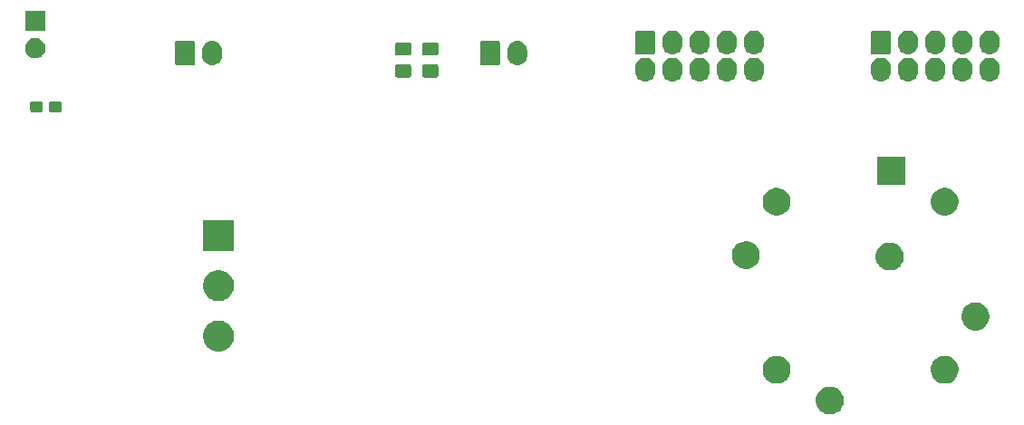
<source format=gbr>
G04 #@! TF.GenerationSoftware,KiCad,Pcbnew,5.1.5*
G04 #@! TF.CreationDate,2019-12-15T20:25:27-05:00*
G04 #@! TF.ProjectId,front_panel_board,66726f6e-745f-4706-916e-656c5f626f61,0*
G04 #@! TF.SameCoordinates,Original*
G04 #@! TF.FileFunction,Soldermask,Top*
G04 #@! TF.FilePolarity,Negative*
%FSLAX46Y46*%
G04 Gerber Fmt 4.6, Leading zero omitted, Abs format (unit mm)*
G04 Created by KiCad (PCBNEW 5.1.5) date 2019-12-15 20:25:27*
%MOMM*%
%LPD*%
G04 APERTURE LIST*
%ADD10C,0.100000*%
G04 APERTURE END LIST*
D10*
G36*
X181233704Y-88992549D02*
G01*
X181470470Y-89090621D01*
X181470472Y-89090622D01*
X181683556Y-89233000D01*
X181864770Y-89414214D01*
X182007149Y-89627300D01*
X182105221Y-89864066D01*
X182155217Y-90115414D01*
X182155217Y-90371692D01*
X182105221Y-90623040D01*
X182007149Y-90859806D01*
X182007148Y-90859808D01*
X181864770Y-91072892D01*
X181683556Y-91254106D01*
X181470472Y-91396484D01*
X181470471Y-91396485D01*
X181470470Y-91396485D01*
X181233704Y-91494557D01*
X180982356Y-91544553D01*
X180726078Y-91544553D01*
X180474730Y-91494557D01*
X180237964Y-91396485D01*
X180237963Y-91396485D01*
X180237962Y-91396484D01*
X180024878Y-91254106D01*
X179843664Y-91072892D01*
X179701286Y-90859808D01*
X179701285Y-90859806D01*
X179603213Y-90623040D01*
X179553217Y-90371692D01*
X179553217Y-90115414D01*
X179603213Y-89864066D01*
X179701285Y-89627300D01*
X179843664Y-89414214D01*
X180024878Y-89233000D01*
X180237962Y-89090622D01*
X180237964Y-89090621D01*
X180474730Y-88992549D01*
X180726078Y-88942553D01*
X180982356Y-88942553D01*
X181233704Y-88992549D01*
G37*
G36*
X191955481Y-86119658D02*
G01*
X192192247Y-86217730D01*
X192192249Y-86217731D01*
X192405333Y-86360109D01*
X192586547Y-86541323D01*
X192728926Y-86754409D01*
X192826998Y-86991175D01*
X192876994Y-87242523D01*
X192876994Y-87498801D01*
X192826998Y-87750149D01*
X192728926Y-87986915D01*
X192728925Y-87986917D01*
X192586547Y-88200001D01*
X192405333Y-88381215D01*
X192192249Y-88523593D01*
X192192248Y-88523594D01*
X192192247Y-88523594D01*
X191955481Y-88621666D01*
X191704133Y-88671662D01*
X191447855Y-88671662D01*
X191196507Y-88621666D01*
X190959741Y-88523594D01*
X190959740Y-88523594D01*
X190959739Y-88523593D01*
X190746655Y-88381215D01*
X190565441Y-88200001D01*
X190423063Y-87986917D01*
X190423062Y-87986915D01*
X190324990Y-87750149D01*
X190274994Y-87498801D01*
X190274994Y-87242523D01*
X190324990Y-86991175D01*
X190423062Y-86754409D01*
X190565441Y-86541323D01*
X190746655Y-86360109D01*
X190959739Y-86217731D01*
X190959741Y-86217730D01*
X191196507Y-86119658D01*
X191447855Y-86069662D01*
X191704133Y-86069662D01*
X191955481Y-86119658D01*
G37*
G36*
X176257710Y-86119658D02*
G01*
X176494476Y-86217730D01*
X176494478Y-86217731D01*
X176707562Y-86360109D01*
X176888776Y-86541323D01*
X177031155Y-86754409D01*
X177129227Y-86991175D01*
X177179223Y-87242523D01*
X177179223Y-87498801D01*
X177129227Y-87750149D01*
X177031155Y-87986915D01*
X177031154Y-87986917D01*
X176888776Y-88200001D01*
X176707562Y-88381215D01*
X176494478Y-88523593D01*
X176494477Y-88523594D01*
X176494476Y-88523594D01*
X176257710Y-88621666D01*
X176006362Y-88671662D01*
X175750084Y-88671662D01*
X175498736Y-88621666D01*
X175261970Y-88523594D01*
X175261969Y-88523594D01*
X175261968Y-88523593D01*
X175048884Y-88381215D01*
X174867670Y-88200001D01*
X174725292Y-87986917D01*
X174725291Y-87986915D01*
X174627219Y-87750149D01*
X174577223Y-87498801D01*
X174577223Y-87242523D01*
X174627219Y-86991175D01*
X174725291Y-86754409D01*
X174867670Y-86541323D01*
X175048884Y-86360109D01*
X175261968Y-86217731D01*
X175261970Y-86217730D01*
X175498736Y-86119658D01*
X175750084Y-86069662D01*
X176006362Y-86069662D01*
X176257710Y-86119658D01*
G37*
G36*
X124153041Y-82823560D02*
G01*
X124417105Y-82932939D01*
X124654758Y-83091734D01*
X124856866Y-83293842D01*
X125015661Y-83531495D01*
X125125040Y-83795559D01*
X125180800Y-84075888D01*
X125180800Y-84361712D01*
X125125040Y-84642041D01*
X125015661Y-84906105D01*
X124856866Y-85143758D01*
X124654758Y-85345866D01*
X124417105Y-85504661D01*
X124153041Y-85614040D01*
X123872712Y-85669800D01*
X123586888Y-85669800D01*
X123306559Y-85614040D01*
X123042495Y-85504661D01*
X122804842Y-85345866D01*
X122602734Y-85143758D01*
X122443939Y-84906105D01*
X122334560Y-84642041D01*
X122278800Y-84361712D01*
X122278800Y-84075888D01*
X122334560Y-83795559D01*
X122443939Y-83531495D01*
X122602734Y-83293842D01*
X122804842Y-83091734D01*
X123042495Y-82932939D01*
X123306559Y-82823560D01*
X123586888Y-82767800D01*
X123872712Y-82767800D01*
X124153041Y-82823560D01*
G37*
G36*
X194828372Y-81143664D02*
G01*
X195065138Y-81241736D01*
X195065140Y-81241737D01*
X195278224Y-81384115D01*
X195459438Y-81565329D01*
X195601817Y-81778415D01*
X195699889Y-82015181D01*
X195749885Y-82266529D01*
X195749885Y-82522807D01*
X195699889Y-82774155D01*
X195679424Y-82823561D01*
X195601816Y-83010923D01*
X195459438Y-83224007D01*
X195278224Y-83405221D01*
X195065140Y-83547599D01*
X195065139Y-83547600D01*
X195065138Y-83547600D01*
X194828372Y-83645672D01*
X194577024Y-83695668D01*
X194320746Y-83695668D01*
X194069398Y-83645672D01*
X193832632Y-83547600D01*
X193832631Y-83547600D01*
X193832630Y-83547599D01*
X193619546Y-83405221D01*
X193438332Y-83224007D01*
X193295954Y-83010923D01*
X193218346Y-82823561D01*
X193197881Y-82774155D01*
X193147885Y-82522807D01*
X193147885Y-82266529D01*
X193197881Y-82015181D01*
X193295953Y-81778415D01*
X193438332Y-81565329D01*
X193619546Y-81384115D01*
X193832630Y-81241737D01*
X193832632Y-81241736D01*
X194069398Y-81143664D01*
X194320746Y-81093668D01*
X194577024Y-81093668D01*
X194828372Y-81143664D01*
G37*
G36*
X124153041Y-78123560D02*
G01*
X124417105Y-78232939D01*
X124654758Y-78391734D01*
X124856866Y-78593842D01*
X125015661Y-78831495D01*
X125125040Y-79095559D01*
X125180800Y-79375888D01*
X125180800Y-79661712D01*
X125125040Y-79942041D01*
X125015661Y-80206105D01*
X124856866Y-80443758D01*
X124654758Y-80645866D01*
X124417105Y-80804661D01*
X124153041Y-80914040D01*
X123872712Y-80969800D01*
X123586888Y-80969800D01*
X123306559Y-80914040D01*
X123042495Y-80804661D01*
X122804842Y-80645866D01*
X122602734Y-80443758D01*
X122443939Y-80206105D01*
X122334560Y-79942041D01*
X122278800Y-79661712D01*
X122278800Y-79375888D01*
X122334560Y-79095559D01*
X122443939Y-78831495D01*
X122602734Y-78593842D01*
X122804842Y-78391734D01*
X123042495Y-78232939D01*
X123306559Y-78123560D01*
X123586888Y-78067800D01*
X123872712Y-78067800D01*
X124153041Y-78123560D01*
G37*
G36*
X186828957Y-75548412D02*
G01*
X187046042Y-75638332D01*
X187065725Y-75646485D01*
X187278809Y-75788863D01*
X187460023Y-75970077D01*
X187501820Y-76032630D01*
X187602402Y-76183163D01*
X187700474Y-76419929D01*
X187750470Y-76671277D01*
X187750470Y-76927555D01*
X187700474Y-77178903D01*
X187664754Y-77265138D01*
X187602401Y-77415671D01*
X187460023Y-77628755D01*
X187278809Y-77809969D01*
X187065725Y-77952347D01*
X187065724Y-77952348D01*
X187065723Y-77952348D01*
X186828957Y-78050420D01*
X186577609Y-78100416D01*
X186321331Y-78100416D01*
X186069983Y-78050420D01*
X185833217Y-77952348D01*
X185833216Y-77952348D01*
X185833215Y-77952347D01*
X185620131Y-77809969D01*
X185438917Y-77628755D01*
X185296539Y-77415671D01*
X185234186Y-77265138D01*
X185198466Y-77178903D01*
X185148470Y-76927555D01*
X185148470Y-76671277D01*
X185198466Y-76419929D01*
X185296538Y-76183163D01*
X185397121Y-76032630D01*
X185438917Y-75970077D01*
X185620131Y-75788863D01*
X185833215Y-75646485D01*
X185852898Y-75638332D01*
X186069983Y-75548412D01*
X186321331Y-75498416D01*
X186577609Y-75498416D01*
X186828957Y-75548412D01*
G37*
G36*
X173384819Y-75397881D02*
G01*
X173621585Y-75495953D01*
X173621587Y-75495954D01*
X173834671Y-75638332D01*
X174015885Y-75819546D01*
X174158264Y-76032632D01*
X174256336Y-76269398D01*
X174306332Y-76520746D01*
X174306332Y-76777024D01*
X174256336Y-77028372D01*
X174193983Y-77178904D01*
X174158263Y-77265140D01*
X174015885Y-77478224D01*
X173834671Y-77659438D01*
X173621587Y-77801816D01*
X173621586Y-77801817D01*
X173621585Y-77801817D01*
X173384819Y-77899889D01*
X173133471Y-77949885D01*
X172877193Y-77949885D01*
X172625845Y-77899889D01*
X172389079Y-77801817D01*
X172389078Y-77801817D01*
X172389077Y-77801816D01*
X172175993Y-77659438D01*
X171994779Y-77478224D01*
X171852401Y-77265140D01*
X171816681Y-77178904D01*
X171754328Y-77028372D01*
X171704332Y-76777024D01*
X171704332Y-76520746D01*
X171754328Y-76269398D01*
X171852400Y-76032632D01*
X171994779Y-75819546D01*
X172175993Y-75638332D01*
X172389077Y-75495954D01*
X172389079Y-75495953D01*
X172625845Y-75397881D01*
X172877193Y-75347885D01*
X173133471Y-75347885D01*
X173384819Y-75397881D01*
G37*
G36*
X125180800Y-76269800D02*
G01*
X122278800Y-76269800D01*
X122278800Y-73367800D01*
X125180800Y-73367800D01*
X125180800Y-76269800D01*
G37*
G36*
X176257710Y-70421887D02*
G01*
X176494476Y-70519959D01*
X176494478Y-70519960D01*
X176707562Y-70662338D01*
X176888776Y-70843552D01*
X177031155Y-71056638D01*
X177129227Y-71293404D01*
X177179223Y-71544752D01*
X177179223Y-71801030D01*
X177129227Y-72052378D01*
X177031155Y-72289144D01*
X177031154Y-72289146D01*
X176888776Y-72502230D01*
X176707562Y-72683444D01*
X176494478Y-72825822D01*
X176494477Y-72825823D01*
X176494476Y-72825823D01*
X176257710Y-72923895D01*
X176006362Y-72973891D01*
X175750084Y-72973891D01*
X175498736Y-72923895D01*
X175261970Y-72825823D01*
X175261969Y-72825823D01*
X175261968Y-72825822D01*
X175048884Y-72683444D01*
X174867670Y-72502230D01*
X174725292Y-72289146D01*
X174725291Y-72289144D01*
X174627219Y-72052378D01*
X174577223Y-71801030D01*
X174577223Y-71544752D01*
X174627219Y-71293404D01*
X174725291Y-71056638D01*
X174867670Y-70843552D01*
X175048884Y-70662338D01*
X175261968Y-70519960D01*
X175261970Y-70519959D01*
X175498736Y-70421887D01*
X175750084Y-70371891D01*
X176006362Y-70371891D01*
X176257710Y-70421887D01*
G37*
G36*
X191955481Y-70421887D02*
G01*
X192192247Y-70519959D01*
X192192249Y-70519960D01*
X192405333Y-70662338D01*
X192586547Y-70843552D01*
X192728926Y-71056638D01*
X192826998Y-71293404D01*
X192876994Y-71544752D01*
X192876994Y-71801030D01*
X192826998Y-72052378D01*
X192728926Y-72289144D01*
X192728925Y-72289146D01*
X192586547Y-72502230D01*
X192405333Y-72683444D01*
X192192249Y-72825822D01*
X192192248Y-72825823D01*
X192192247Y-72825823D01*
X191955481Y-72923895D01*
X191704133Y-72973891D01*
X191447855Y-72973891D01*
X191196507Y-72923895D01*
X190959741Y-72825823D01*
X190959740Y-72825823D01*
X190959739Y-72825822D01*
X190746655Y-72683444D01*
X190565441Y-72502230D01*
X190423063Y-72289146D01*
X190423062Y-72289144D01*
X190324990Y-72052378D01*
X190274994Y-71801030D01*
X190274994Y-71544752D01*
X190324990Y-71293404D01*
X190423062Y-71056638D01*
X190565441Y-70843552D01*
X190746655Y-70662338D01*
X190959739Y-70519960D01*
X190959741Y-70519959D01*
X191196507Y-70421887D01*
X191447855Y-70371891D01*
X191704133Y-70371891D01*
X191955481Y-70421887D01*
G37*
G36*
X187901000Y-70101000D02*
G01*
X185299000Y-70101000D01*
X185299000Y-67499000D01*
X187901000Y-67499000D01*
X187901000Y-70101000D01*
G37*
G36*
X107139499Y-62278445D02*
G01*
X107176995Y-62289820D01*
X107211554Y-62308292D01*
X107241847Y-62333153D01*
X107266708Y-62363446D01*
X107285180Y-62398005D01*
X107296555Y-62435501D01*
X107301000Y-62480638D01*
X107301000Y-63119362D01*
X107296555Y-63164499D01*
X107285180Y-63201995D01*
X107266708Y-63236554D01*
X107241847Y-63266847D01*
X107211554Y-63291708D01*
X107176995Y-63310180D01*
X107139499Y-63321555D01*
X107094362Y-63326000D01*
X106355638Y-63326000D01*
X106310501Y-63321555D01*
X106273005Y-63310180D01*
X106238446Y-63291708D01*
X106208153Y-63266847D01*
X106183292Y-63236554D01*
X106164820Y-63201995D01*
X106153445Y-63164499D01*
X106149000Y-63119362D01*
X106149000Y-62480638D01*
X106153445Y-62435501D01*
X106164820Y-62398005D01*
X106183292Y-62363446D01*
X106208153Y-62333153D01*
X106238446Y-62308292D01*
X106273005Y-62289820D01*
X106310501Y-62278445D01*
X106355638Y-62274000D01*
X107094362Y-62274000D01*
X107139499Y-62278445D01*
G37*
G36*
X108889499Y-62278445D02*
G01*
X108926995Y-62289820D01*
X108961554Y-62308292D01*
X108991847Y-62333153D01*
X109016708Y-62363446D01*
X109035180Y-62398005D01*
X109046555Y-62435501D01*
X109051000Y-62480638D01*
X109051000Y-63119362D01*
X109046555Y-63164499D01*
X109035180Y-63201995D01*
X109016708Y-63236554D01*
X108991847Y-63266847D01*
X108961554Y-63291708D01*
X108926995Y-63310180D01*
X108889499Y-63321555D01*
X108844362Y-63326000D01*
X108105638Y-63326000D01*
X108060501Y-63321555D01*
X108023005Y-63310180D01*
X107988446Y-63291708D01*
X107958153Y-63266847D01*
X107933292Y-63236554D01*
X107914820Y-63201995D01*
X107903445Y-63164499D01*
X107899000Y-63119362D01*
X107899000Y-62480638D01*
X107903445Y-62435501D01*
X107914820Y-62398005D01*
X107933292Y-62363446D01*
X107958153Y-62333153D01*
X107988446Y-62308292D01*
X108023005Y-62289820D01*
X108060501Y-62278445D01*
X108105638Y-62274000D01*
X108844362Y-62274000D01*
X108889499Y-62278445D01*
G37*
G36*
X173940547Y-58232326D02*
G01*
X174114156Y-58284990D01*
X174114158Y-58284991D01*
X174274155Y-58370511D01*
X174414397Y-58485603D01*
X174462450Y-58544157D01*
X174529489Y-58625844D01*
X174615010Y-58785843D01*
X174667674Y-58959452D01*
X174681000Y-59094756D01*
X174681000Y-59585243D01*
X174667674Y-59720548D01*
X174615010Y-59894157D01*
X174529489Y-60054156D01*
X174515665Y-60071000D01*
X174414397Y-60194397D01*
X174317729Y-60273729D01*
X174274156Y-60309489D01*
X174114157Y-60395010D01*
X173940548Y-60447674D01*
X173760000Y-60465456D01*
X173579453Y-60447674D01*
X173405844Y-60395010D01*
X173245845Y-60309489D01*
X173202272Y-60273729D01*
X173105604Y-60194397D01*
X173035756Y-60109286D01*
X172990511Y-60054156D01*
X172904990Y-59894157D01*
X172852326Y-59720548D01*
X172839000Y-59585244D01*
X172839000Y-59094757D01*
X172852326Y-58959453D01*
X172904990Y-58785844D01*
X172990511Y-58625845D01*
X172990512Y-58625844D01*
X173105603Y-58485603D01*
X173202271Y-58406271D01*
X173245844Y-58370511D01*
X173405843Y-58284990D01*
X173579452Y-58232326D01*
X173760000Y-58214544D01*
X173940547Y-58232326D01*
G37*
G36*
X171400547Y-58232326D02*
G01*
X171574156Y-58284990D01*
X171574158Y-58284991D01*
X171734155Y-58370511D01*
X171874397Y-58485603D01*
X171922450Y-58544157D01*
X171989489Y-58625844D01*
X172075010Y-58785843D01*
X172127674Y-58959452D01*
X172141000Y-59094756D01*
X172141000Y-59585243D01*
X172127674Y-59720548D01*
X172075010Y-59894157D01*
X171989489Y-60054156D01*
X171975665Y-60071000D01*
X171874397Y-60194397D01*
X171777729Y-60273729D01*
X171734156Y-60309489D01*
X171574157Y-60395010D01*
X171400548Y-60447674D01*
X171220000Y-60465456D01*
X171039453Y-60447674D01*
X170865844Y-60395010D01*
X170705845Y-60309489D01*
X170662272Y-60273729D01*
X170565604Y-60194397D01*
X170495756Y-60109286D01*
X170450511Y-60054156D01*
X170364990Y-59894157D01*
X170312326Y-59720548D01*
X170299000Y-59585244D01*
X170299000Y-59094757D01*
X170312326Y-58959453D01*
X170364990Y-58785844D01*
X170450511Y-58625845D01*
X170450512Y-58625844D01*
X170565603Y-58485603D01*
X170662271Y-58406271D01*
X170705844Y-58370511D01*
X170865843Y-58284990D01*
X171039452Y-58232326D01*
X171220000Y-58214544D01*
X171400547Y-58232326D01*
G37*
G36*
X168860547Y-58232326D02*
G01*
X169034156Y-58284990D01*
X169034158Y-58284991D01*
X169194155Y-58370511D01*
X169334397Y-58485603D01*
X169382450Y-58544157D01*
X169449489Y-58625844D01*
X169535010Y-58785843D01*
X169587674Y-58959452D01*
X169601000Y-59094756D01*
X169601000Y-59585243D01*
X169587674Y-59720548D01*
X169535010Y-59894157D01*
X169449489Y-60054156D01*
X169435665Y-60071000D01*
X169334397Y-60194397D01*
X169237729Y-60273729D01*
X169194156Y-60309489D01*
X169034157Y-60395010D01*
X168860548Y-60447674D01*
X168680000Y-60465456D01*
X168499453Y-60447674D01*
X168325844Y-60395010D01*
X168165845Y-60309489D01*
X168122272Y-60273729D01*
X168025604Y-60194397D01*
X167955756Y-60109286D01*
X167910511Y-60054156D01*
X167824990Y-59894157D01*
X167772326Y-59720548D01*
X167759000Y-59585244D01*
X167759000Y-59094757D01*
X167772326Y-58959453D01*
X167824990Y-58785844D01*
X167910511Y-58625845D01*
X167910512Y-58625844D01*
X168025603Y-58485603D01*
X168122271Y-58406271D01*
X168165844Y-58370511D01*
X168325843Y-58284990D01*
X168499452Y-58232326D01*
X168680000Y-58214544D01*
X168860547Y-58232326D01*
G37*
G36*
X166320547Y-58232326D02*
G01*
X166494156Y-58284990D01*
X166494158Y-58284991D01*
X166654155Y-58370511D01*
X166794397Y-58485603D01*
X166842450Y-58544157D01*
X166909489Y-58625844D01*
X166995010Y-58785843D01*
X167047674Y-58959452D01*
X167061000Y-59094756D01*
X167061000Y-59585243D01*
X167047674Y-59720548D01*
X166995010Y-59894157D01*
X166909489Y-60054156D01*
X166895665Y-60071000D01*
X166794397Y-60194397D01*
X166697729Y-60273729D01*
X166654156Y-60309489D01*
X166494157Y-60395010D01*
X166320548Y-60447674D01*
X166140000Y-60465456D01*
X165959453Y-60447674D01*
X165785844Y-60395010D01*
X165625845Y-60309489D01*
X165582272Y-60273729D01*
X165485604Y-60194397D01*
X165415756Y-60109286D01*
X165370511Y-60054156D01*
X165284990Y-59894157D01*
X165232326Y-59720548D01*
X165219000Y-59585244D01*
X165219000Y-59094757D01*
X165232326Y-58959453D01*
X165284990Y-58785844D01*
X165370511Y-58625845D01*
X165370512Y-58625844D01*
X165485603Y-58485603D01*
X165582271Y-58406271D01*
X165625844Y-58370511D01*
X165785843Y-58284990D01*
X165959452Y-58232326D01*
X166140000Y-58214544D01*
X166320547Y-58232326D01*
G37*
G36*
X163780547Y-58232326D02*
G01*
X163954156Y-58284990D01*
X163954158Y-58284991D01*
X164114155Y-58370511D01*
X164254397Y-58485603D01*
X164302450Y-58544157D01*
X164369489Y-58625844D01*
X164455010Y-58785843D01*
X164507674Y-58959452D01*
X164521000Y-59094756D01*
X164521000Y-59585243D01*
X164507674Y-59720548D01*
X164455010Y-59894157D01*
X164369489Y-60054156D01*
X164355665Y-60071000D01*
X164254397Y-60194397D01*
X164157729Y-60273729D01*
X164114156Y-60309489D01*
X163954157Y-60395010D01*
X163780548Y-60447674D01*
X163600000Y-60465456D01*
X163419453Y-60447674D01*
X163245844Y-60395010D01*
X163085845Y-60309489D01*
X163042272Y-60273729D01*
X162945604Y-60194397D01*
X162875756Y-60109286D01*
X162830511Y-60054156D01*
X162744990Y-59894157D01*
X162692326Y-59720548D01*
X162679000Y-59585244D01*
X162679000Y-59094757D01*
X162692326Y-58959453D01*
X162744990Y-58785844D01*
X162830511Y-58625845D01*
X162830512Y-58625844D01*
X162945603Y-58485603D01*
X163042271Y-58406271D01*
X163085844Y-58370511D01*
X163245843Y-58284990D01*
X163419452Y-58232326D01*
X163600000Y-58214544D01*
X163780547Y-58232326D01*
G37*
G36*
X195940547Y-58232326D02*
G01*
X196114156Y-58284990D01*
X196114158Y-58284991D01*
X196274155Y-58370511D01*
X196414397Y-58485603D01*
X196462450Y-58544157D01*
X196529489Y-58625844D01*
X196615010Y-58785843D01*
X196667674Y-58959452D01*
X196681000Y-59094756D01*
X196681000Y-59585243D01*
X196667674Y-59720548D01*
X196615010Y-59894157D01*
X196529489Y-60054156D01*
X196515665Y-60071000D01*
X196414397Y-60194397D01*
X196317729Y-60273729D01*
X196274156Y-60309489D01*
X196114157Y-60395010D01*
X195940548Y-60447674D01*
X195760000Y-60465456D01*
X195579453Y-60447674D01*
X195405844Y-60395010D01*
X195245845Y-60309489D01*
X195202272Y-60273729D01*
X195105604Y-60194397D01*
X195035756Y-60109286D01*
X194990511Y-60054156D01*
X194904990Y-59894157D01*
X194852326Y-59720548D01*
X194839000Y-59585244D01*
X194839000Y-59094757D01*
X194852326Y-58959453D01*
X194904990Y-58785844D01*
X194990511Y-58625845D01*
X194990512Y-58625844D01*
X195105603Y-58485603D01*
X195202271Y-58406271D01*
X195245844Y-58370511D01*
X195405843Y-58284990D01*
X195579452Y-58232326D01*
X195760000Y-58214544D01*
X195940547Y-58232326D01*
G37*
G36*
X193400547Y-58232326D02*
G01*
X193574156Y-58284990D01*
X193574158Y-58284991D01*
X193734155Y-58370511D01*
X193874397Y-58485603D01*
X193922450Y-58544157D01*
X193989489Y-58625844D01*
X194075010Y-58785843D01*
X194127674Y-58959452D01*
X194141000Y-59094756D01*
X194141000Y-59585243D01*
X194127674Y-59720548D01*
X194075010Y-59894157D01*
X193989489Y-60054156D01*
X193975665Y-60071000D01*
X193874397Y-60194397D01*
X193777729Y-60273729D01*
X193734156Y-60309489D01*
X193574157Y-60395010D01*
X193400548Y-60447674D01*
X193220000Y-60465456D01*
X193039453Y-60447674D01*
X192865844Y-60395010D01*
X192705845Y-60309489D01*
X192662272Y-60273729D01*
X192565604Y-60194397D01*
X192495756Y-60109286D01*
X192450511Y-60054156D01*
X192364990Y-59894157D01*
X192312326Y-59720548D01*
X192299000Y-59585244D01*
X192299000Y-59094757D01*
X192312326Y-58959453D01*
X192364990Y-58785844D01*
X192450511Y-58625845D01*
X192450512Y-58625844D01*
X192565603Y-58485603D01*
X192662271Y-58406271D01*
X192705844Y-58370511D01*
X192865843Y-58284990D01*
X193039452Y-58232326D01*
X193220000Y-58214544D01*
X193400547Y-58232326D01*
G37*
G36*
X190860547Y-58232326D02*
G01*
X191034156Y-58284990D01*
X191034158Y-58284991D01*
X191194155Y-58370511D01*
X191334397Y-58485603D01*
X191382450Y-58544157D01*
X191449489Y-58625844D01*
X191535010Y-58785843D01*
X191587674Y-58959452D01*
X191601000Y-59094756D01*
X191601000Y-59585243D01*
X191587674Y-59720548D01*
X191535010Y-59894157D01*
X191449489Y-60054156D01*
X191435665Y-60071000D01*
X191334397Y-60194397D01*
X191237729Y-60273729D01*
X191194156Y-60309489D01*
X191034157Y-60395010D01*
X190860548Y-60447674D01*
X190680000Y-60465456D01*
X190499453Y-60447674D01*
X190325844Y-60395010D01*
X190165845Y-60309489D01*
X190122272Y-60273729D01*
X190025604Y-60194397D01*
X189955756Y-60109286D01*
X189910511Y-60054156D01*
X189824990Y-59894157D01*
X189772326Y-59720548D01*
X189759000Y-59585244D01*
X189759000Y-59094757D01*
X189772326Y-58959453D01*
X189824990Y-58785844D01*
X189910511Y-58625845D01*
X189910512Y-58625844D01*
X190025603Y-58485603D01*
X190122271Y-58406271D01*
X190165844Y-58370511D01*
X190325843Y-58284990D01*
X190499452Y-58232326D01*
X190680000Y-58214544D01*
X190860547Y-58232326D01*
G37*
G36*
X188320547Y-58232326D02*
G01*
X188494156Y-58284990D01*
X188494158Y-58284991D01*
X188654155Y-58370511D01*
X188794397Y-58485603D01*
X188842450Y-58544157D01*
X188909489Y-58625844D01*
X188995010Y-58785843D01*
X189047674Y-58959452D01*
X189061000Y-59094756D01*
X189061000Y-59585243D01*
X189047674Y-59720548D01*
X188995010Y-59894157D01*
X188909489Y-60054156D01*
X188895665Y-60071000D01*
X188794397Y-60194397D01*
X188697729Y-60273729D01*
X188654156Y-60309489D01*
X188494157Y-60395010D01*
X188320548Y-60447674D01*
X188140000Y-60465456D01*
X187959453Y-60447674D01*
X187785844Y-60395010D01*
X187625845Y-60309489D01*
X187582272Y-60273729D01*
X187485604Y-60194397D01*
X187415756Y-60109286D01*
X187370511Y-60054156D01*
X187284990Y-59894157D01*
X187232326Y-59720548D01*
X187219000Y-59585244D01*
X187219000Y-59094757D01*
X187232326Y-58959453D01*
X187284990Y-58785844D01*
X187370511Y-58625845D01*
X187370512Y-58625844D01*
X187485603Y-58485603D01*
X187582271Y-58406271D01*
X187625844Y-58370511D01*
X187785843Y-58284990D01*
X187959452Y-58232326D01*
X188140000Y-58214544D01*
X188320547Y-58232326D01*
G37*
G36*
X185780547Y-58232326D02*
G01*
X185954156Y-58284990D01*
X185954158Y-58284991D01*
X186114155Y-58370511D01*
X186254397Y-58485603D01*
X186302450Y-58544157D01*
X186369489Y-58625844D01*
X186455010Y-58785843D01*
X186507674Y-58959452D01*
X186521000Y-59094756D01*
X186521000Y-59585243D01*
X186507674Y-59720548D01*
X186455010Y-59894157D01*
X186369489Y-60054156D01*
X186355665Y-60071000D01*
X186254397Y-60194397D01*
X186157729Y-60273729D01*
X186114156Y-60309489D01*
X185954157Y-60395010D01*
X185780548Y-60447674D01*
X185600000Y-60465456D01*
X185419453Y-60447674D01*
X185245844Y-60395010D01*
X185085845Y-60309489D01*
X185042272Y-60273729D01*
X184945604Y-60194397D01*
X184875756Y-60109286D01*
X184830511Y-60054156D01*
X184744990Y-59894157D01*
X184692326Y-59720548D01*
X184679000Y-59585244D01*
X184679000Y-59094757D01*
X184692326Y-58959453D01*
X184744990Y-58785844D01*
X184830511Y-58625845D01*
X184830512Y-58625844D01*
X184945603Y-58485603D01*
X185042271Y-58406271D01*
X185085844Y-58370511D01*
X185245843Y-58284990D01*
X185419452Y-58232326D01*
X185600000Y-58214544D01*
X185780547Y-58232326D01*
G37*
G36*
X144098674Y-58823465D02*
G01*
X144136367Y-58834899D01*
X144171103Y-58853466D01*
X144201548Y-58878452D01*
X144226534Y-58908897D01*
X144245101Y-58943633D01*
X144256535Y-58981326D01*
X144261000Y-59026661D01*
X144261000Y-59863339D01*
X144256535Y-59908674D01*
X144245101Y-59946367D01*
X144226534Y-59981103D01*
X144201548Y-60011548D01*
X144171103Y-60036534D01*
X144136367Y-60055101D01*
X144098674Y-60066535D01*
X144053339Y-60071000D01*
X142966661Y-60071000D01*
X142921326Y-60066535D01*
X142883633Y-60055101D01*
X142848897Y-60036534D01*
X142818452Y-60011548D01*
X142793466Y-59981103D01*
X142774899Y-59946367D01*
X142763465Y-59908674D01*
X142759000Y-59863339D01*
X142759000Y-59026661D01*
X142763465Y-58981326D01*
X142774899Y-58943633D01*
X142793466Y-58908897D01*
X142818452Y-58878452D01*
X142848897Y-58853466D01*
X142883633Y-58834899D01*
X142921326Y-58823465D01*
X142966661Y-58819000D01*
X144053339Y-58819000D01*
X144098674Y-58823465D01*
G37*
G36*
X141558674Y-58823465D02*
G01*
X141596367Y-58834899D01*
X141631103Y-58853466D01*
X141661548Y-58878452D01*
X141686534Y-58908897D01*
X141705101Y-58943633D01*
X141716535Y-58981326D01*
X141721000Y-59026661D01*
X141721000Y-59863339D01*
X141716535Y-59908674D01*
X141705101Y-59946367D01*
X141686534Y-59981103D01*
X141661548Y-60011548D01*
X141631103Y-60036534D01*
X141596367Y-60055101D01*
X141558674Y-60066535D01*
X141513339Y-60071000D01*
X140426661Y-60071000D01*
X140381326Y-60066535D01*
X140343633Y-60055101D01*
X140308897Y-60036534D01*
X140278452Y-60011548D01*
X140253466Y-59981103D01*
X140234899Y-59946367D01*
X140223465Y-59908674D01*
X140219000Y-59863339D01*
X140219000Y-59026661D01*
X140223465Y-58981326D01*
X140234899Y-58943633D01*
X140253466Y-58908897D01*
X140278452Y-58878452D01*
X140308897Y-58853466D01*
X140343633Y-58834899D01*
X140381326Y-58823465D01*
X140426661Y-58819000D01*
X141513339Y-58819000D01*
X141558674Y-58823465D01*
G37*
G36*
X123320547Y-56662326D02*
G01*
X123494156Y-56714990D01*
X123494158Y-56714991D01*
X123654155Y-56800511D01*
X123794397Y-56915603D01*
X123844505Y-56976661D01*
X123909489Y-57055844D01*
X123995010Y-57215843D01*
X124047674Y-57389452D01*
X124061000Y-57524756D01*
X124061000Y-58075243D01*
X124047674Y-58210548D01*
X123995010Y-58384157D01*
X123909489Y-58544156D01*
X123873729Y-58587729D01*
X123794397Y-58684397D01*
X123697729Y-58763729D01*
X123654156Y-58799489D01*
X123494157Y-58885010D01*
X123320548Y-58937674D01*
X123140000Y-58955456D01*
X122959453Y-58937674D01*
X122785844Y-58885010D01*
X122625845Y-58799489D01*
X122582272Y-58763729D01*
X122485604Y-58684397D01*
X122370513Y-58544157D01*
X122370512Y-58544155D01*
X122284990Y-58384157D01*
X122232326Y-58210548D01*
X122219000Y-58075244D01*
X122219000Y-57524757D01*
X122232326Y-57389453D01*
X122284990Y-57215844D01*
X122370511Y-57055845D01*
X122426128Y-56988075D01*
X122485603Y-56915603D01*
X122611388Y-56812375D01*
X122625844Y-56800511D01*
X122785843Y-56714990D01*
X122959452Y-56662326D01*
X123140000Y-56644544D01*
X123320547Y-56662326D01*
G37*
G36*
X151820547Y-56662326D02*
G01*
X151994156Y-56714990D01*
X151994158Y-56714991D01*
X152154155Y-56800511D01*
X152294397Y-56915603D01*
X152344505Y-56976661D01*
X152409489Y-57055844D01*
X152495010Y-57215843D01*
X152547674Y-57389452D01*
X152561000Y-57524756D01*
X152561000Y-58075243D01*
X152547674Y-58210548D01*
X152495010Y-58384157D01*
X152409489Y-58544156D01*
X152373729Y-58587729D01*
X152294397Y-58684397D01*
X152197729Y-58763729D01*
X152154156Y-58799489D01*
X151994157Y-58885010D01*
X151820548Y-58937674D01*
X151640000Y-58955456D01*
X151459453Y-58937674D01*
X151285844Y-58885010D01*
X151125845Y-58799489D01*
X151082272Y-58763729D01*
X150985604Y-58684397D01*
X150870513Y-58544157D01*
X150870512Y-58544155D01*
X150784990Y-58384157D01*
X150732326Y-58210548D01*
X150719000Y-58075244D01*
X150719000Y-57524757D01*
X150732326Y-57389453D01*
X150784990Y-57215844D01*
X150870511Y-57055845D01*
X150926128Y-56988075D01*
X150985603Y-56915603D01*
X151111388Y-56812375D01*
X151125844Y-56800511D01*
X151285843Y-56714990D01*
X151459452Y-56662326D01*
X151640000Y-56644544D01*
X151820547Y-56662326D01*
G37*
G36*
X149879561Y-56652966D02*
G01*
X149912383Y-56662923D01*
X149942632Y-56679092D01*
X149969148Y-56700852D01*
X149990908Y-56727368D01*
X150007077Y-56757617D01*
X150017034Y-56790439D01*
X150021000Y-56830713D01*
X150021000Y-58769287D01*
X150017034Y-58809561D01*
X150007077Y-58842383D01*
X149990908Y-58872632D01*
X149969148Y-58899148D01*
X149942632Y-58920908D01*
X149912383Y-58937077D01*
X149879561Y-58947034D01*
X149839287Y-58951000D01*
X148360713Y-58951000D01*
X148320439Y-58947034D01*
X148287617Y-58937077D01*
X148257368Y-58920908D01*
X148230852Y-58899148D01*
X148209092Y-58872632D01*
X148192923Y-58842383D01*
X148182966Y-58809561D01*
X148179000Y-58769287D01*
X148179000Y-56830713D01*
X148182966Y-56790439D01*
X148192923Y-56757617D01*
X148209092Y-56727368D01*
X148230852Y-56700852D01*
X148257368Y-56679092D01*
X148287617Y-56662923D01*
X148320439Y-56652966D01*
X148360713Y-56649000D01*
X149839287Y-56649000D01*
X149879561Y-56652966D01*
G37*
G36*
X121379561Y-56652966D02*
G01*
X121412383Y-56662923D01*
X121442632Y-56679092D01*
X121469148Y-56700852D01*
X121490908Y-56727368D01*
X121507077Y-56757617D01*
X121517034Y-56790439D01*
X121521000Y-56830713D01*
X121521000Y-58769287D01*
X121517034Y-58809561D01*
X121507077Y-58842383D01*
X121490908Y-58872632D01*
X121469148Y-58899148D01*
X121442632Y-58920908D01*
X121412383Y-58937077D01*
X121379561Y-58947034D01*
X121339287Y-58951000D01*
X119860713Y-58951000D01*
X119820439Y-58947034D01*
X119787617Y-58937077D01*
X119757368Y-58920908D01*
X119730852Y-58899148D01*
X119709092Y-58872632D01*
X119692923Y-58842383D01*
X119682966Y-58809561D01*
X119679000Y-58769287D01*
X119679000Y-56830713D01*
X119682966Y-56790439D01*
X119692923Y-56757617D01*
X119709092Y-56727368D01*
X119730852Y-56700852D01*
X119757368Y-56679092D01*
X119787617Y-56662923D01*
X119820439Y-56652966D01*
X119860713Y-56649000D01*
X121339287Y-56649000D01*
X121379561Y-56652966D01*
G37*
G36*
X106877395Y-56425546D02*
G01*
X107050466Y-56497234D01*
X107050467Y-56497235D01*
X107206227Y-56601310D01*
X107338690Y-56733773D01*
X107362228Y-56769000D01*
X107442766Y-56889534D01*
X107514454Y-57062605D01*
X107551000Y-57246333D01*
X107551000Y-57433667D01*
X107514454Y-57617395D01*
X107442766Y-57790466D01*
X107407910Y-57842632D01*
X107338690Y-57946227D01*
X107206227Y-58078690D01*
X107127818Y-58131081D01*
X107050466Y-58182766D01*
X106877395Y-58254454D01*
X106693667Y-58291000D01*
X106506333Y-58291000D01*
X106322605Y-58254454D01*
X106149534Y-58182766D01*
X106072182Y-58131081D01*
X105993773Y-58078690D01*
X105861310Y-57946227D01*
X105792090Y-57842632D01*
X105757234Y-57790466D01*
X105685546Y-57617395D01*
X105649000Y-57433667D01*
X105649000Y-57246333D01*
X105685546Y-57062605D01*
X105757234Y-56889534D01*
X105837772Y-56769000D01*
X105861310Y-56733773D01*
X105993773Y-56601310D01*
X106149533Y-56497235D01*
X106149534Y-56497234D01*
X106322605Y-56425546D01*
X106506333Y-56389000D01*
X106693667Y-56389000D01*
X106877395Y-56425546D01*
G37*
G36*
X144098674Y-56773465D02*
G01*
X144136367Y-56784899D01*
X144171103Y-56803466D01*
X144201548Y-56828452D01*
X144226534Y-56858897D01*
X144245101Y-56893633D01*
X144256535Y-56931326D01*
X144261000Y-56976661D01*
X144261000Y-57813339D01*
X144256535Y-57858674D01*
X144245101Y-57896367D01*
X144226534Y-57931103D01*
X144201548Y-57961548D01*
X144171103Y-57986534D01*
X144136367Y-58005101D01*
X144098674Y-58016535D01*
X144053339Y-58021000D01*
X142966661Y-58021000D01*
X142921326Y-58016535D01*
X142883633Y-58005101D01*
X142848897Y-57986534D01*
X142818452Y-57961548D01*
X142793466Y-57931103D01*
X142774899Y-57896367D01*
X142763465Y-57858674D01*
X142759000Y-57813339D01*
X142759000Y-56976661D01*
X142763465Y-56931326D01*
X142774899Y-56893633D01*
X142793466Y-56858897D01*
X142818452Y-56828452D01*
X142848897Y-56803466D01*
X142883633Y-56784899D01*
X142921326Y-56773465D01*
X142966661Y-56769000D01*
X144053339Y-56769000D01*
X144098674Y-56773465D01*
G37*
G36*
X141558674Y-56773465D02*
G01*
X141596367Y-56784899D01*
X141631103Y-56803466D01*
X141661548Y-56828452D01*
X141686534Y-56858897D01*
X141705101Y-56893633D01*
X141716535Y-56931326D01*
X141721000Y-56976661D01*
X141721000Y-57813339D01*
X141716535Y-57858674D01*
X141705101Y-57896367D01*
X141686534Y-57931103D01*
X141661548Y-57961548D01*
X141631103Y-57986534D01*
X141596367Y-58005101D01*
X141558674Y-58016535D01*
X141513339Y-58021000D01*
X140426661Y-58021000D01*
X140381326Y-58016535D01*
X140343633Y-58005101D01*
X140308897Y-57986534D01*
X140278452Y-57961548D01*
X140253466Y-57931103D01*
X140234899Y-57896367D01*
X140223465Y-57858674D01*
X140219000Y-57813339D01*
X140219000Y-56976661D01*
X140223465Y-56931326D01*
X140234899Y-56893633D01*
X140253466Y-56858897D01*
X140278452Y-56828452D01*
X140308897Y-56803466D01*
X140343633Y-56784899D01*
X140381326Y-56773465D01*
X140426661Y-56769000D01*
X141513339Y-56769000D01*
X141558674Y-56773465D01*
G37*
G36*
X195940547Y-55692326D02*
G01*
X196114156Y-55744990D01*
X196114158Y-55744991D01*
X196274155Y-55830511D01*
X196414397Y-55945603D01*
X196493729Y-56042271D01*
X196529489Y-56085844D01*
X196615010Y-56245843D01*
X196667674Y-56419452D01*
X196681000Y-56554756D01*
X196681000Y-57045243D01*
X196667674Y-57180548D01*
X196615010Y-57354157D01*
X196529489Y-57514156D01*
X196493729Y-57557729D01*
X196414397Y-57654397D01*
X196317729Y-57733729D01*
X196274156Y-57769489D01*
X196114157Y-57855010D01*
X195940548Y-57907674D01*
X195760000Y-57925456D01*
X195579453Y-57907674D01*
X195405844Y-57855010D01*
X195245845Y-57769489D01*
X195202272Y-57733729D01*
X195105604Y-57654397D01*
X195035756Y-57569286D01*
X194990511Y-57514156D01*
X194904990Y-57354157D01*
X194852326Y-57180548D01*
X194839000Y-57045244D01*
X194839000Y-56554757D01*
X194852326Y-56419453D01*
X194904990Y-56245844D01*
X194990511Y-56085845D01*
X194990512Y-56085844D01*
X195105603Y-55945603D01*
X195231388Y-55842375D01*
X195245844Y-55830511D01*
X195405843Y-55744990D01*
X195579452Y-55692326D01*
X195760000Y-55674544D01*
X195940547Y-55692326D01*
G37*
G36*
X168860547Y-55692326D02*
G01*
X169034156Y-55744990D01*
X169034158Y-55744991D01*
X169194155Y-55830511D01*
X169334397Y-55945603D01*
X169413729Y-56042271D01*
X169449489Y-56085844D01*
X169535010Y-56245843D01*
X169587674Y-56419452D01*
X169601000Y-56554756D01*
X169601000Y-57045243D01*
X169587674Y-57180548D01*
X169535010Y-57354157D01*
X169449489Y-57514156D01*
X169413729Y-57557729D01*
X169334397Y-57654397D01*
X169237729Y-57733729D01*
X169194156Y-57769489D01*
X169034157Y-57855010D01*
X168860548Y-57907674D01*
X168680000Y-57925456D01*
X168499453Y-57907674D01*
X168325844Y-57855010D01*
X168165845Y-57769489D01*
X168122272Y-57733729D01*
X168025604Y-57654397D01*
X167955756Y-57569286D01*
X167910511Y-57514156D01*
X167824990Y-57354157D01*
X167772326Y-57180548D01*
X167759000Y-57045244D01*
X167759000Y-56554757D01*
X167772326Y-56419453D01*
X167824990Y-56245844D01*
X167910511Y-56085845D01*
X167910512Y-56085844D01*
X168025603Y-55945603D01*
X168151388Y-55842375D01*
X168165844Y-55830511D01*
X168325843Y-55744990D01*
X168499452Y-55692326D01*
X168680000Y-55674544D01*
X168860547Y-55692326D01*
G37*
G36*
X166320547Y-55692326D02*
G01*
X166494156Y-55744990D01*
X166494158Y-55744991D01*
X166654155Y-55830511D01*
X166794397Y-55945603D01*
X166873729Y-56042271D01*
X166909489Y-56085844D01*
X166995010Y-56245843D01*
X167047674Y-56419452D01*
X167061000Y-56554756D01*
X167061000Y-57045243D01*
X167047674Y-57180548D01*
X166995010Y-57354157D01*
X166909489Y-57514156D01*
X166873729Y-57557729D01*
X166794397Y-57654397D01*
X166697729Y-57733729D01*
X166654156Y-57769489D01*
X166494157Y-57855010D01*
X166320548Y-57907674D01*
X166140000Y-57925456D01*
X165959453Y-57907674D01*
X165785844Y-57855010D01*
X165625845Y-57769489D01*
X165582272Y-57733729D01*
X165485604Y-57654397D01*
X165415756Y-57569286D01*
X165370511Y-57514156D01*
X165284990Y-57354157D01*
X165232326Y-57180548D01*
X165219000Y-57045244D01*
X165219000Y-56554757D01*
X165232326Y-56419453D01*
X165284990Y-56245844D01*
X165370511Y-56085845D01*
X165370512Y-56085844D01*
X165485603Y-55945603D01*
X165611388Y-55842375D01*
X165625844Y-55830511D01*
X165785843Y-55744990D01*
X165959452Y-55692326D01*
X166140000Y-55674544D01*
X166320547Y-55692326D01*
G37*
G36*
X171400547Y-55692326D02*
G01*
X171574156Y-55744990D01*
X171574158Y-55744991D01*
X171734155Y-55830511D01*
X171874397Y-55945603D01*
X171953729Y-56042271D01*
X171989489Y-56085844D01*
X172075010Y-56245843D01*
X172127674Y-56419452D01*
X172141000Y-56554756D01*
X172141000Y-57045243D01*
X172127674Y-57180548D01*
X172075010Y-57354157D01*
X171989489Y-57514156D01*
X171953729Y-57557729D01*
X171874397Y-57654397D01*
X171777729Y-57733729D01*
X171734156Y-57769489D01*
X171574157Y-57855010D01*
X171400548Y-57907674D01*
X171220000Y-57925456D01*
X171039453Y-57907674D01*
X170865844Y-57855010D01*
X170705845Y-57769489D01*
X170662272Y-57733729D01*
X170565604Y-57654397D01*
X170495756Y-57569286D01*
X170450511Y-57514156D01*
X170364990Y-57354157D01*
X170312326Y-57180548D01*
X170299000Y-57045244D01*
X170299000Y-56554757D01*
X170312326Y-56419453D01*
X170364990Y-56245844D01*
X170450511Y-56085845D01*
X170450512Y-56085844D01*
X170565603Y-55945603D01*
X170691388Y-55842375D01*
X170705844Y-55830511D01*
X170865843Y-55744990D01*
X171039452Y-55692326D01*
X171220000Y-55674544D01*
X171400547Y-55692326D01*
G37*
G36*
X173940547Y-55692326D02*
G01*
X174114156Y-55744990D01*
X174114158Y-55744991D01*
X174274155Y-55830511D01*
X174414397Y-55945603D01*
X174493729Y-56042271D01*
X174529489Y-56085844D01*
X174615010Y-56245843D01*
X174667674Y-56419452D01*
X174681000Y-56554756D01*
X174681000Y-57045243D01*
X174667674Y-57180548D01*
X174615010Y-57354157D01*
X174529489Y-57514156D01*
X174493729Y-57557729D01*
X174414397Y-57654397D01*
X174317729Y-57733729D01*
X174274156Y-57769489D01*
X174114157Y-57855010D01*
X173940548Y-57907674D01*
X173760000Y-57925456D01*
X173579453Y-57907674D01*
X173405844Y-57855010D01*
X173245845Y-57769489D01*
X173202272Y-57733729D01*
X173105604Y-57654397D01*
X173035756Y-57569286D01*
X172990511Y-57514156D01*
X172904990Y-57354157D01*
X172852326Y-57180548D01*
X172839000Y-57045244D01*
X172839000Y-56554757D01*
X172852326Y-56419453D01*
X172904990Y-56245844D01*
X172990511Y-56085845D01*
X172990512Y-56085844D01*
X173105603Y-55945603D01*
X173231388Y-55842375D01*
X173245844Y-55830511D01*
X173405843Y-55744990D01*
X173579452Y-55692326D01*
X173760000Y-55674544D01*
X173940547Y-55692326D01*
G37*
G36*
X188320547Y-55692326D02*
G01*
X188494156Y-55744990D01*
X188494158Y-55744991D01*
X188654155Y-55830511D01*
X188794397Y-55945603D01*
X188873729Y-56042271D01*
X188909489Y-56085844D01*
X188995010Y-56245843D01*
X189047674Y-56419452D01*
X189061000Y-56554756D01*
X189061000Y-57045243D01*
X189047674Y-57180548D01*
X188995010Y-57354157D01*
X188909489Y-57514156D01*
X188873729Y-57557729D01*
X188794397Y-57654397D01*
X188697729Y-57733729D01*
X188654156Y-57769489D01*
X188494157Y-57855010D01*
X188320548Y-57907674D01*
X188140000Y-57925456D01*
X187959453Y-57907674D01*
X187785844Y-57855010D01*
X187625845Y-57769489D01*
X187582272Y-57733729D01*
X187485604Y-57654397D01*
X187415756Y-57569286D01*
X187370511Y-57514156D01*
X187284990Y-57354157D01*
X187232326Y-57180548D01*
X187219000Y-57045244D01*
X187219000Y-56554757D01*
X187232326Y-56419453D01*
X187284990Y-56245844D01*
X187370511Y-56085845D01*
X187370512Y-56085844D01*
X187485603Y-55945603D01*
X187611388Y-55842375D01*
X187625844Y-55830511D01*
X187785843Y-55744990D01*
X187959452Y-55692326D01*
X188140000Y-55674544D01*
X188320547Y-55692326D01*
G37*
G36*
X193400547Y-55692326D02*
G01*
X193574156Y-55744990D01*
X193574158Y-55744991D01*
X193734155Y-55830511D01*
X193874397Y-55945603D01*
X193953729Y-56042271D01*
X193989489Y-56085844D01*
X194075010Y-56245843D01*
X194127674Y-56419452D01*
X194141000Y-56554756D01*
X194141000Y-57045243D01*
X194127674Y-57180548D01*
X194075010Y-57354157D01*
X193989489Y-57514156D01*
X193953729Y-57557729D01*
X193874397Y-57654397D01*
X193777729Y-57733729D01*
X193734156Y-57769489D01*
X193574157Y-57855010D01*
X193400548Y-57907674D01*
X193220000Y-57925456D01*
X193039453Y-57907674D01*
X192865844Y-57855010D01*
X192705845Y-57769489D01*
X192662272Y-57733729D01*
X192565604Y-57654397D01*
X192495756Y-57569286D01*
X192450511Y-57514156D01*
X192364990Y-57354157D01*
X192312326Y-57180548D01*
X192299000Y-57045244D01*
X192299000Y-56554757D01*
X192312326Y-56419453D01*
X192364990Y-56245844D01*
X192450511Y-56085845D01*
X192450512Y-56085844D01*
X192565603Y-55945603D01*
X192691388Y-55842375D01*
X192705844Y-55830511D01*
X192865843Y-55744990D01*
X193039452Y-55692326D01*
X193220000Y-55674544D01*
X193400547Y-55692326D01*
G37*
G36*
X190860547Y-55692326D02*
G01*
X191034156Y-55744990D01*
X191034158Y-55744991D01*
X191194155Y-55830511D01*
X191334397Y-55945603D01*
X191413729Y-56042271D01*
X191449489Y-56085844D01*
X191535010Y-56245843D01*
X191587674Y-56419452D01*
X191601000Y-56554756D01*
X191601000Y-57045243D01*
X191587674Y-57180548D01*
X191535010Y-57354157D01*
X191449489Y-57514156D01*
X191413729Y-57557729D01*
X191334397Y-57654397D01*
X191237729Y-57733729D01*
X191194156Y-57769489D01*
X191034157Y-57855010D01*
X190860548Y-57907674D01*
X190680000Y-57925456D01*
X190499453Y-57907674D01*
X190325844Y-57855010D01*
X190165845Y-57769489D01*
X190122272Y-57733729D01*
X190025604Y-57654397D01*
X189955756Y-57569286D01*
X189910511Y-57514156D01*
X189824990Y-57354157D01*
X189772326Y-57180548D01*
X189759000Y-57045244D01*
X189759000Y-56554757D01*
X189772326Y-56419453D01*
X189824990Y-56245844D01*
X189910511Y-56085845D01*
X189910512Y-56085844D01*
X190025603Y-55945603D01*
X190151388Y-55842375D01*
X190165844Y-55830511D01*
X190325843Y-55744990D01*
X190499452Y-55692326D01*
X190680000Y-55674544D01*
X190860547Y-55692326D01*
G37*
G36*
X164379561Y-55682966D02*
G01*
X164412383Y-55692923D01*
X164442632Y-55709092D01*
X164469148Y-55730852D01*
X164490908Y-55757368D01*
X164507077Y-55787617D01*
X164517034Y-55820439D01*
X164521000Y-55860713D01*
X164521000Y-57739287D01*
X164517034Y-57779561D01*
X164507077Y-57812383D01*
X164490908Y-57842632D01*
X164469148Y-57869148D01*
X164442632Y-57890908D01*
X164412383Y-57907077D01*
X164379561Y-57917034D01*
X164339287Y-57921000D01*
X162860713Y-57921000D01*
X162820439Y-57917034D01*
X162787617Y-57907077D01*
X162757368Y-57890908D01*
X162730852Y-57869148D01*
X162709092Y-57842632D01*
X162692923Y-57812383D01*
X162682966Y-57779561D01*
X162679000Y-57739287D01*
X162679000Y-55860713D01*
X162682966Y-55820439D01*
X162692923Y-55787617D01*
X162709092Y-55757368D01*
X162730852Y-55730852D01*
X162757368Y-55709092D01*
X162787617Y-55692923D01*
X162820439Y-55682966D01*
X162860713Y-55679000D01*
X164339287Y-55679000D01*
X164379561Y-55682966D01*
G37*
G36*
X186379561Y-55682966D02*
G01*
X186412383Y-55692923D01*
X186442632Y-55709092D01*
X186469148Y-55730852D01*
X186490908Y-55757368D01*
X186507077Y-55787617D01*
X186517034Y-55820439D01*
X186521000Y-55860713D01*
X186521000Y-57739287D01*
X186517034Y-57779561D01*
X186507077Y-57812383D01*
X186490908Y-57842632D01*
X186469148Y-57869148D01*
X186442632Y-57890908D01*
X186412383Y-57907077D01*
X186379561Y-57917034D01*
X186339287Y-57921000D01*
X184860713Y-57921000D01*
X184820439Y-57917034D01*
X184787617Y-57907077D01*
X184757368Y-57890908D01*
X184730852Y-57869148D01*
X184709092Y-57842632D01*
X184692923Y-57812383D01*
X184682966Y-57779561D01*
X184679000Y-57739287D01*
X184679000Y-55860713D01*
X184682966Y-55820439D01*
X184692923Y-55787617D01*
X184709092Y-55757368D01*
X184730852Y-55730852D01*
X184757368Y-55709092D01*
X184787617Y-55692923D01*
X184820439Y-55682966D01*
X184860713Y-55679000D01*
X186339287Y-55679000D01*
X186379561Y-55682966D01*
G37*
G36*
X107551000Y-55751000D02*
G01*
X105649000Y-55751000D01*
X105649000Y-53849000D01*
X107551000Y-53849000D01*
X107551000Y-55751000D01*
G37*
M02*

</source>
